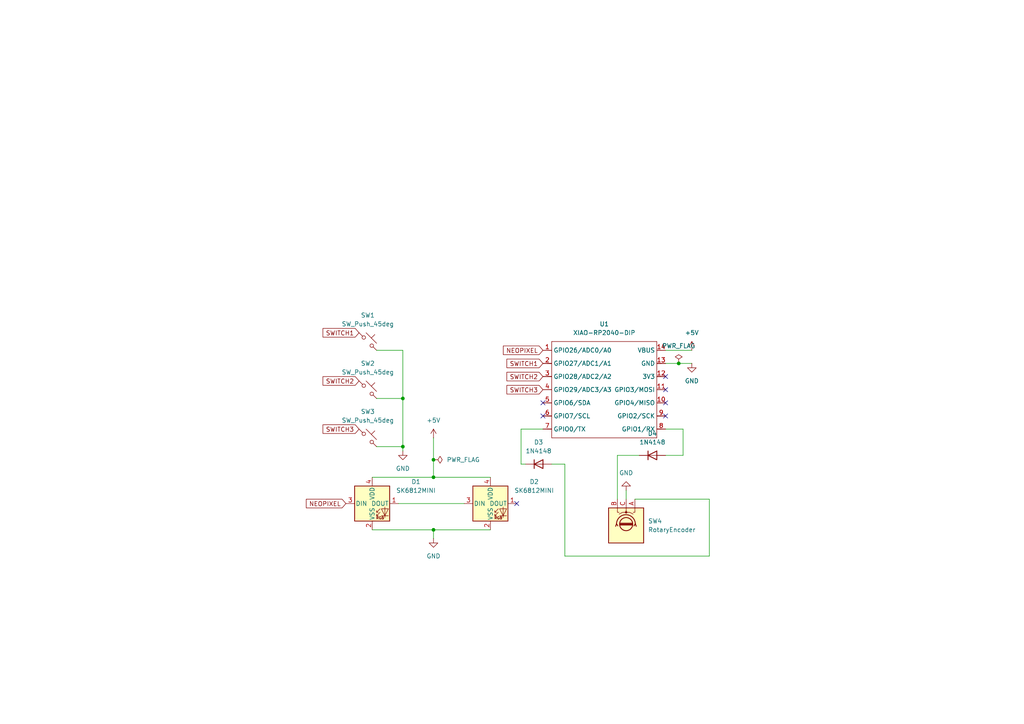
<source format=kicad_sch>
(kicad_sch
	(version 20231120)
	(generator "eeschema")
	(generator_version "8.0")
	(uuid "16182907-d702-4ff6-876f-c55bccdac8c2")
	(paper "A4")
	(lib_symbols
		(symbol "Device:RotaryEncoder"
			(pin_names
				(offset 0.254) hide)
			(exclude_from_sim no)
			(in_bom yes)
			(on_board yes)
			(property "Reference" "SW"
				(at 0 6.604 0)
				(effects
					(font
						(size 1.27 1.27)
					)
				)
			)
			(property "Value" "RotaryEncoder"
				(at 0 -6.604 0)
				(effects
					(font
						(size 1.27 1.27)
					)
				)
			)
			(property "Footprint" ""
				(at -3.81 4.064 0)
				(effects
					(font
						(size 1.27 1.27)
					)
					(hide yes)
				)
			)
			(property "Datasheet" "~"
				(at 0 6.604 0)
				(effects
					(font
						(size 1.27 1.27)
					)
					(hide yes)
				)
			)
			(property "Description" "Rotary encoder, dual channel, incremental quadrate outputs"
				(at 0 0 0)
				(effects
					(font
						(size 1.27 1.27)
					)
					(hide yes)
				)
			)
			(property "ki_keywords" "rotary switch encoder"
				(at 0 0 0)
				(effects
					(font
						(size 1.27 1.27)
					)
					(hide yes)
				)
			)
			(property "ki_fp_filters" "RotaryEncoder*"
				(at 0 0 0)
				(effects
					(font
						(size 1.27 1.27)
					)
					(hide yes)
				)
			)
			(symbol "RotaryEncoder_0_1"
				(rectangle
					(start -5.08 5.08)
					(end 5.08 -5.08)
					(stroke
						(width 0.254)
						(type default)
					)
					(fill
						(type background)
					)
				)
				(circle
					(center -3.81 0)
					(radius 0.254)
					(stroke
						(width 0)
						(type default)
					)
					(fill
						(type outline)
					)
				)
				(circle
					(center -0.381 0)
					(radius 1.905)
					(stroke
						(width 0.254)
						(type default)
					)
					(fill
						(type none)
					)
				)
				(arc
					(start -0.381 2.667)
					(mid -3.0988 -0.0635)
					(end -0.381 -2.794)
					(stroke
						(width 0.254)
						(type default)
					)
					(fill
						(type none)
					)
				)
				(polyline
					(pts
						(xy -0.635 -1.778) (xy -0.635 1.778)
					)
					(stroke
						(width 0.254)
						(type default)
					)
					(fill
						(type none)
					)
				)
				(polyline
					(pts
						(xy -0.381 -1.778) (xy -0.381 1.778)
					)
					(stroke
						(width 0.254)
						(type default)
					)
					(fill
						(type none)
					)
				)
				(polyline
					(pts
						(xy -0.127 1.778) (xy -0.127 -1.778)
					)
					(stroke
						(width 0.254)
						(type default)
					)
					(fill
						(type none)
					)
				)
				(polyline
					(pts
						(xy -5.08 -2.54) (xy -3.81 -2.54) (xy -3.81 -2.032)
					)
					(stroke
						(width 0)
						(type default)
					)
					(fill
						(type none)
					)
				)
				(polyline
					(pts
						(xy -5.08 2.54) (xy -3.81 2.54) (xy -3.81 2.032)
					)
					(stroke
						(width 0)
						(type default)
					)
					(fill
						(type none)
					)
				)
				(polyline
					(pts
						(xy 0.254 -3.048) (xy -0.508 -2.794) (xy 0.127 -2.413)
					)
					(stroke
						(width 0.254)
						(type default)
					)
					(fill
						(type none)
					)
				)
				(polyline
					(pts
						(xy 0.254 2.921) (xy -0.508 2.667) (xy 0.127 2.286)
					)
					(stroke
						(width 0.254)
						(type default)
					)
					(fill
						(type none)
					)
				)
				(polyline
					(pts
						(xy -5.08 0) (xy -3.81 0) (xy -3.81 -1.016) (xy -3.302 -2.032)
					)
					(stroke
						(width 0)
						(type default)
					)
					(fill
						(type none)
					)
				)
				(polyline
					(pts
						(xy -4.318 0) (xy -3.81 0) (xy -3.81 1.016) (xy -3.302 2.032)
					)
					(stroke
						(width 0)
						(type default)
					)
					(fill
						(type none)
					)
				)
			)
			(symbol "RotaryEncoder_1_1"
				(pin passive line
					(at -7.62 2.54 0)
					(length 2.54)
					(name "A"
						(effects
							(font
								(size 1.27 1.27)
							)
						)
					)
					(number "A"
						(effects
							(font
								(size 1.27 1.27)
							)
						)
					)
				)
				(pin passive line
					(at -7.62 -2.54 0)
					(length 2.54)
					(name "B"
						(effects
							(font
								(size 1.27 1.27)
							)
						)
					)
					(number "B"
						(effects
							(font
								(size 1.27 1.27)
							)
						)
					)
				)
				(pin passive line
					(at -7.62 0 0)
					(length 2.54)
					(name "C"
						(effects
							(font
								(size 1.27 1.27)
							)
						)
					)
					(number "C"
						(effects
							(font
								(size 1.27 1.27)
							)
						)
					)
				)
			)
		)
		(symbol "Diode:1N4148"
			(pin_numbers hide)
			(pin_names hide)
			(exclude_from_sim no)
			(in_bom yes)
			(on_board yes)
			(property "Reference" "D"
				(at 0 2.54 0)
				(effects
					(font
						(size 1.27 1.27)
					)
				)
			)
			(property "Value" "1N4148"
				(at 0 -2.54 0)
				(effects
					(font
						(size 1.27 1.27)
					)
				)
			)
			(property "Footprint" "Diode_THT:D_DO-35_SOD27_P7.62mm_Horizontal"
				(at 0 0 0)
				(effects
					(font
						(size 1.27 1.27)
					)
					(hide yes)
				)
			)
			(property "Datasheet" "https://assets.nexperia.com/documents/data-sheet/1N4148_1N4448.pdf"
				(at 0 0 0)
				(effects
					(font
						(size 1.27 1.27)
					)
					(hide yes)
				)
			)
			(property "Description" "100V 0.15A standard switching diode, DO-35"
				(at 0 0 0)
				(effects
					(font
						(size 1.27 1.27)
					)
					(hide yes)
				)
			)
			(property "Sim.Device" "D"
				(at 0 0 0)
				(effects
					(font
						(size 1.27 1.27)
					)
					(hide yes)
				)
			)
			(property "Sim.Pins" "1=K 2=A"
				(at 0 0 0)
				(effects
					(font
						(size 1.27 1.27)
					)
					(hide yes)
				)
			)
			(property "ki_keywords" "diode"
				(at 0 0 0)
				(effects
					(font
						(size 1.27 1.27)
					)
					(hide yes)
				)
			)
			(property "ki_fp_filters" "D*DO?35*"
				(at 0 0 0)
				(effects
					(font
						(size 1.27 1.27)
					)
					(hide yes)
				)
			)
			(symbol "1N4148_0_1"
				(polyline
					(pts
						(xy -1.27 1.27) (xy -1.27 -1.27)
					)
					(stroke
						(width 0.254)
						(type default)
					)
					(fill
						(type none)
					)
				)
				(polyline
					(pts
						(xy 1.27 0) (xy -1.27 0)
					)
					(stroke
						(width 0)
						(type default)
					)
					(fill
						(type none)
					)
				)
				(polyline
					(pts
						(xy 1.27 1.27) (xy 1.27 -1.27) (xy -1.27 0) (xy 1.27 1.27)
					)
					(stroke
						(width 0.254)
						(type default)
					)
					(fill
						(type none)
					)
				)
			)
			(symbol "1N4148_1_1"
				(pin passive line
					(at -3.81 0 0)
					(length 2.54)
					(name "K"
						(effects
							(font
								(size 1.27 1.27)
							)
						)
					)
					(number "1"
						(effects
							(font
								(size 1.27 1.27)
							)
						)
					)
				)
				(pin passive line
					(at 3.81 0 180)
					(length 2.54)
					(name "A"
						(effects
							(font
								(size 1.27 1.27)
							)
						)
					)
					(number "2"
						(effects
							(font
								(size 1.27 1.27)
							)
						)
					)
				)
			)
		)
		(symbol "LED:SK6812MINI"
			(pin_names
				(offset 0.254)
			)
			(exclude_from_sim no)
			(in_bom yes)
			(on_board yes)
			(property "Reference" "D"
				(at 5.08 5.715 0)
				(effects
					(font
						(size 1.27 1.27)
					)
					(justify right bottom)
				)
			)
			(property "Value" "SK6812MINI"
				(at 1.27 -5.715 0)
				(effects
					(font
						(size 1.27 1.27)
					)
					(justify left top)
				)
			)
			(property "Footprint" "LED_SMD:LED_SK6812MINI_PLCC4_3.5x3.5mm_P1.75mm"
				(at 1.27 -7.62 0)
				(effects
					(font
						(size 1.27 1.27)
					)
					(justify left top)
					(hide yes)
				)
			)
			(property "Datasheet" "https://cdn-shop.adafruit.com/product-files/2686/SK6812MINI_REV.01-1-2.pdf"
				(at 2.54 -9.525 0)
				(effects
					(font
						(size 1.27 1.27)
					)
					(justify left top)
					(hide yes)
				)
			)
			(property "Description" "RGB LED with integrated controller"
				(at 0 0 0)
				(effects
					(font
						(size 1.27 1.27)
					)
					(hide yes)
				)
			)
			(property "ki_keywords" "RGB LED NeoPixel Mini addressable"
				(at 0 0 0)
				(effects
					(font
						(size 1.27 1.27)
					)
					(hide yes)
				)
			)
			(property "ki_fp_filters" "LED*SK6812MINI*PLCC*3.5x3.5mm*P1.75mm*"
				(at 0 0 0)
				(effects
					(font
						(size 1.27 1.27)
					)
					(hide yes)
				)
			)
			(symbol "SK6812MINI_0_0"
				(text "RGB"
					(at 2.286 -4.191 0)
					(effects
						(font
							(size 0.762 0.762)
						)
					)
				)
			)
			(symbol "SK6812MINI_0_1"
				(polyline
					(pts
						(xy 1.27 -3.556) (xy 1.778 -3.556)
					)
					(stroke
						(width 0)
						(type default)
					)
					(fill
						(type none)
					)
				)
				(polyline
					(pts
						(xy 1.27 -2.54) (xy 1.778 -2.54)
					)
					(stroke
						(width 0)
						(type default)
					)
					(fill
						(type none)
					)
				)
				(polyline
					(pts
						(xy 4.699 -3.556) (xy 2.667 -3.556)
					)
					(stroke
						(width 0)
						(type default)
					)
					(fill
						(type none)
					)
				)
				(polyline
					(pts
						(xy 2.286 -2.54) (xy 1.27 -3.556) (xy 1.27 -3.048)
					)
					(stroke
						(width 0)
						(type default)
					)
					(fill
						(type none)
					)
				)
				(polyline
					(pts
						(xy 2.286 -1.524) (xy 1.27 -2.54) (xy 1.27 -2.032)
					)
					(stroke
						(width 0)
						(type default)
					)
					(fill
						(type none)
					)
				)
				(polyline
					(pts
						(xy 3.683 -1.016) (xy 3.683 -3.556) (xy 3.683 -4.064)
					)
					(stroke
						(width 0)
						(type default)
					)
					(fill
						(type none)
					)
				)
				(polyline
					(pts
						(xy 4.699 -1.524) (xy 2.667 -1.524) (xy 3.683 -3.556) (xy 4.699 -1.524)
					)
					(stroke
						(width 0)
						(type default)
					)
					(fill
						(type none)
					)
				)
				(rectangle
					(start 5.08 5.08)
					(end -5.08 -5.08)
					(stroke
						(width 0.254)
						(type default)
					)
					(fill
						(type background)
					)
				)
			)
			(symbol "SK6812MINI_1_1"
				(pin output line
					(at 7.62 0 180)
					(length 2.54)
					(name "DOUT"
						(effects
							(font
								(size 1.27 1.27)
							)
						)
					)
					(number "1"
						(effects
							(font
								(size 1.27 1.27)
							)
						)
					)
				)
				(pin power_in line
					(at 0 -7.62 90)
					(length 2.54)
					(name "VSS"
						(effects
							(font
								(size 1.27 1.27)
							)
						)
					)
					(number "2"
						(effects
							(font
								(size 1.27 1.27)
							)
						)
					)
				)
				(pin input line
					(at -7.62 0 0)
					(length 2.54)
					(name "DIN"
						(effects
							(font
								(size 1.27 1.27)
							)
						)
					)
					(number "3"
						(effects
							(font
								(size 1.27 1.27)
							)
						)
					)
				)
				(pin power_in line
					(at 0 7.62 270)
					(length 2.54)
					(name "VDD"
						(effects
							(font
								(size 1.27 1.27)
							)
						)
					)
					(number "4"
						(effects
							(font
								(size 1.27 1.27)
							)
						)
					)
				)
			)
		)
		(symbol "Seeed_Studio_XIAO_Series:XIAO-RP2040-DIP"
			(exclude_from_sim no)
			(in_bom yes)
			(on_board yes)
			(property "Reference" "U"
				(at 0 0 0)
				(effects
					(font
						(size 1.27 1.27)
					)
				)
			)
			(property "Value" "XIAO-RP2040-DIP"
				(at 5.334 -1.778 0)
				(effects
					(font
						(size 1.27 1.27)
					)
				)
			)
			(property "Footprint" "Module:MOUDLE14P-XIAO-DIP-SMD"
				(at 14.478 -32.258 0)
				(effects
					(font
						(size 1.27 1.27)
					)
					(hide yes)
				)
			)
			(property "Datasheet" ""
				(at 0 0 0)
				(effects
					(font
						(size 1.27 1.27)
					)
					(hide yes)
				)
			)
			(property "Description" ""
				(at 0 0 0)
				(effects
					(font
						(size 1.27 1.27)
					)
					(hide yes)
				)
			)
			(symbol "XIAO-RP2040-DIP_1_0"
				(polyline
					(pts
						(xy -1.27 -30.48) (xy -1.27 -16.51)
					)
					(stroke
						(width 0.1524)
						(type solid)
					)
					(fill
						(type none)
					)
				)
				(polyline
					(pts
						(xy -1.27 -27.94) (xy -2.54 -27.94)
					)
					(stroke
						(width 0.1524)
						(type solid)
					)
					(fill
						(type none)
					)
				)
				(polyline
					(pts
						(xy -1.27 -24.13) (xy -2.54 -24.13)
					)
					(stroke
						(width 0.1524)
						(type solid)
					)
					(fill
						(type none)
					)
				)
				(polyline
					(pts
						(xy -1.27 -20.32) (xy -2.54 -20.32)
					)
					(stroke
						(width 0.1524)
						(type solid)
					)
					(fill
						(type none)
					)
				)
				(polyline
					(pts
						(xy -1.27 -16.51) (xy -2.54 -16.51)
					)
					(stroke
						(width 0.1524)
						(type solid)
					)
					(fill
						(type none)
					)
				)
				(polyline
					(pts
						(xy -1.27 -16.51) (xy -1.27 -12.7)
					)
					(stroke
						(width 0.1524)
						(type solid)
					)
					(fill
						(type none)
					)
				)
				(polyline
					(pts
						(xy -1.27 -12.7) (xy -2.54 -12.7)
					)
					(stroke
						(width 0.1524)
						(type solid)
					)
					(fill
						(type none)
					)
				)
				(polyline
					(pts
						(xy -1.27 -12.7) (xy -1.27 -8.89)
					)
					(stroke
						(width 0.1524)
						(type solid)
					)
					(fill
						(type none)
					)
				)
				(polyline
					(pts
						(xy -1.27 -8.89) (xy -2.54 -8.89)
					)
					(stroke
						(width 0.1524)
						(type solid)
					)
					(fill
						(type none)
					)
				)
				(polyline
					(pts
						(xy -1.27 -8.89) (xy -1.27 -5.08)
					)
					(stroke
						(width 0.1524)
						(type solid)
					)
					(fill
						(type none)
					)
				)
				(polyline
					(pts
						(xy -1.27 -5.08) (xy -2.54 -5.08)
					)
					(stroke
						(width 0.1524)
						(type solid)
					)
					(fill
						(type none)
					)
				)
				(polyline
					(pts
						(xy -1.27 -5.08) (xy -1.27 -2.54)
					)
					(stroke
						(width 0.1524)
						(type solid)
					)
					(fill
						(type none)
					)
				)
				(polyline
					(pts
						(xy -1.27 -2.54) (xy 29.21 -2.54)
					)
					(stroke
						(width 0.1524)
						(type solid)
					)
					(fill
						(type none)
					)
				)
				(polyline
					(pts
						(xy 29.21 -30.48) (xy -1.27 -30.48)
					)
					(stroke
						(width 0.1524)
						(type solid)
					)
					(fill
						(type none)
					)
				)
				(polyline
					(pts
						(xy 29.21 -12.7) (xy 29.21 -30.48)
					)
					(stroke
						(width 0.1524)
						(type solid)
					)
					(fill
						(type none)
					)
				)
				(polyline
					(pts
						(xy 29.21 -8.89) (xy 29.21 -12.7)
					)
					(stroke
						(width 0.1524)
						(type solid)
					)
					(fill
						(type none)
					)
				)
				(polyline
					(pts
						(xy 29.21 -5.08) (xy 29.21 -8.89)
					)
					(stroke
						(width 0.1524)
						(type solid)
					)
					(fill
						(type none)
					)
				)
				(polyline
					(pts
						(xy 29.21 -2.54) (xy 29.21 -5.08)
					)
					(stroke
						(width 0.1524)
						(type solid)
					)
					(fill
						(type none)
					)
				)
				(polyline
					(pts
						(xy 30.48 -27.94) (xy 29.21 -27.94)
					)
					(stroke
						(width 0.1524)
						(type solid)
					)
					(fill
						(type none)
					)
				)
				(polyline
					(pts
						(xy 30.48 -24.13) (xy 29.21 -24.13)
					)
					(stroke
						(width 0.1524)
						(type solid)
					)
					(fill
						(type none)
					)
				)
				(polyline
					(pts
						(xy 30.48 -20.32) (xy 29.21 -20.32)
					)
					(stroke
						(width 0.1524)
						(type solid)
					)
					(fill
						(type none)
					)
				)
				(polyline
					(pts
						(xy 30.48 -16.51) (xy 29.21 -16.51)
					)
					(stroke
						(width 0.1524)
						(type solid)
					)
					(fill
						(type none)
					)
				)
				(polyline
					(pts
						(xy 30.48 -12.7) (xy 29.21 -12.7)
					)
					(stroke
						(width 0.1524)
						(type solid)
					)
					(fill
						(type none)
					)
				)
				(polyline
					(pts
						(xy 30.48 -8.89) (xy 29.21 -8.89)
					)
					(stroke
						(width 0.1524)
						(type solid)
					)
					(fill
						(type none)
					)
				)
				(polyline
					(pts
						(xy 30.48 -5.08) (xy 29.21 -5.08)
					)
					(stroke
						(width 0.1524)
						(type solid)
					)
					(fill
						(type none)
					)
				)
				(pin passive line
					(at -3.81 -5.08 0)
					(length 2.54)
					(name "GPIO26/ADC0/A0"
						(effects
							(font
								(size 1.27 1.27)
							)
						)
					)
					(number "1"
						(effects
							(font
								(size 1.27 1.27)
							)
						)
					)
				)
				(pin passive line
					(at 31.75 -20.32 180)
					(length 2.54)
					(name "GPIO4/MISO"
						(effects
							(font
								(size 1.27 1.27)
							)
						)
					)
					(number "10"
						(effects
							(font
								(size 1.27 1.27)
							)
						)
					)
				)
				(pin passive line
					(at 31.75 -16.51 180)
					(length 2.54)
					(name "GPIO3/MOSI"
						(effects
							(font
								(size 1.27 1.27)
							)
						)
					)
					(number "11"
						(effects
							(font
								(size 1.27 1.27)
							)
						)
					)
				)
				(pin passive line
					(at 31.75 -12.7 180)
					(length 2.54)
					(name "3V3"
						(effects
							(font
								(size 1.27 1.27)
							)
						)
					)
					(number "12"
						(effects
							(font
								(size 1.27 1.27)
							)
						)
					)
				)
				(pin passive line
					(at 31.75 -8.89 180)
					(length 2.54)
					(name "GND"
						(effects
							(font
								(size 1.27 1.27)
							)
						)
					)
					(number "13"
						(effects
							(font
								(size 1.27 1.27)
							)
						)
					)
				)
				(pin passive line
					(at 31.75 -5.08 180)
					(length 2.54)
					(name "VBUS"
						(effects
							(font
								(size 1.27 1.27)
							)
						)
					)
					(number "14"
						(effects
							(font
								(size 1.27 1.27)
							)
						)
					)
				)
				(pin passive line
					(at -3.81 -8.89 0)
					(length 2.54)
					(name "GPIO27/ADC1/A1"
						(effects
							(font
								(size 1.27 1.27)
							)
						)
					)
					(number "2"
						(effects
							(font
								(size 1.27 1.27)
							)
						)
					)
				)
				(pin passive line
					(at -3.81 -12.7 0)
					(length 2.54)
					(name "GPIO28/ADC2/A2"
						(effects
							(font
								(size 1.27 1.27)
							)
						)
					)
					(number "3"
						(effects
							(font
								(size 1.27 1.27)
							)
						)
					)
				)
				(pin passive line
					(at -3.81 -16.51 0)
					(length 2.54)
					(name "GPIO29/ADC3/A3"
						(effects
							(font
								(size 1.27 1.27)
							)
						)
					)
					(number "4"
						(effects
							(font
								(size 1.27 1.27)
							)
						)
					)
				)
				(pin passive line
					(at -3.81 -20.32 0)
					(length 2.54)
					(name "GPIO6/SDA"
						(effects
							(font
								(size 1.27 1.27)
							)
						)
					)
					(number "5"
						(effects
							(font
								(size 1.27 1.27)
							)
						)
					)
				)
				(pin passive line
					(at -3.81 -24.13 0)
					(length 2.54)
					(name "GPIO7/SCL"
						(effects
							(font
								(size 1.27 1.27)
							)
						)
					)
					(number "6"
						(effects
							(font
								(size 1.27 1.27)
							)
						)
					)
				)
				(pin passive line
					(at -3.81 -27.94 0)
					(length 2.54)
					(name "GPIO0/TX"
						(effects
							(font
								(size 1.27 1.27)
							)
						)
					)
					(number "7"
						(effects
							(font
								(size 1.27 1.27)
							)
						)
					)
				)
				(pin passive line
					(at 31.75 -27.94 180)
					(length 2.54)
					(name "GPIO1/RX"
						(effects
							(font
								(size 1.27 1.27)
							)
						)
					)
					(number "8"
						(effects
							(font
								(size 1.27 1.27)
							)
						)
					)
				)
				(pin passive line
					(at 31.75 -24.13 180)
					(length 2.54)
					(name "GPIO2/SCK"
						(effects
							(font
								(size 1.27 1.27)
							)
						)
					)
					(number "9"
						(effects
							(font
								(size 1.27 1.27)
							)
						)
					)
				)
			)
		)
		(symbol "Switch:SW_Push_45deg"
			(pin_numbers hide)
			(pin_names
				(offset 1.016) hide)
			(exclude_from_sim no)
			(in_bom yes)
			(on_board yes)
			(property "Reference" "SW"
				(at 3.048 1.016 0)
				(effects
					(font
						(size 1.27 1.27)
					)
					(justify left)
				)
			)
			(property "Value" "SW_Push_45deg"
				(at 0 -3.81 0)
				(effects
					(font
						(size 1.27 1.27)
					)
				)
			)
			(property "Footprint" ""
				(at 0 0 0)
				(effects
					(font
						(size 1.27 1.27)
					)
					(hide yes)
				)
			)
			(property "Datasheet" "~"
				(at 0 0 0)
				(effects
					(font
						(size 1.27 1.27)
					)
					(hide yes)
				)
			)
			(property "Description" "Push button switch, normally open, two pins, 45° tilted"
				(at 0 0 0)
				(effects
					(font
						(size 1.27 1.27)
					)
					(hide yes)
				)
			)
			(property "ki_keywords" "switch normally-open pushbutton push-button"
				(at 0 0 0)
				(effects
					(font
						(size 1.27 1.27)
					)
					(hide yes)
				)
			)
			(symbol "SW_Push_45deg_0_1"
				(circle
					(center -1.1684 1.1684)
					(radius 0.508)
					(stroke
						(width 0)
						(type default)
					)
					(fill
						(type none)
					)
				)
				(polyline
					(pts
						(xy -0.508 2.54) (xy 2.54 -0.508)
					)
					(stroke
						(width 0)
						(type default)
					)
					(fill
						(type none)
					)
				)
				(polyline
					(pts
						(xy 1.016 1.016) (xy 2.032 2.032)
					)
					(stroke
						(width 0)
						(type default)
					)
					(fill
						(type none)
					)
				)
				(polyline
					(pts
						(xy -2.54 2.54) (xy -1.524 1.524) (xy -1.524 1.524)
					)
					(stroke
						(width 0)
						(type default)
					)
					(fill
						(type none)
					)
				)
				(polyline
					(pts
						(xy 1.524 -1.524) (xy 2.54 -2.54) (xy 2.54 -2.54) (xy 2.54 -2.54)
					)
					(stroke
						(width 0)
						(type default)
					)
					(fill
						(type none)
					)
				)
				(circle
					(center 1.143 -1.1938)
					(radius 0.508)
					(stroke
						(width 0)
						(type default)
					)
					(fill
						(type none)
					)
				)
				(pin passive line
					(at -2.54 2.54 0)
					(length 0)
					(name "1"
						(effects
							(font
								(size 1.27 1.27)
							)
						)
					)
					(number "1"
						(effects
							(font
								(size 1.27 1.27)
							)
						)
					)
				)
				(pin passive line
					(at 2.54 -2.54 180)
					(length 0)
					(name "2"
						(effects
							(font
								(size 1.27 1.27)
							)
						)
					)
					(number "2"
						(effects
							(font
								(size 1.27 1.27)
							)
						)
					)
				)
			)
		)
		(symbol "power:+5V"
			(power)
			(pin_numbers hide)
			(pin_names
				(offset 0) hide)
			(exclude_from_sim no)
			(in_bom yes)
			(on_board yes)
			(property "Reference" "#PWR"
				(at 0 -3.81 0)
				(effects
					(font
						(size 1.27 1.27)
					)
					(hide yes)
				)
			)
			(property "Value" "+5V"
				(at 0 3.556 0)
				(effects
					(font
						(size 1.27 1.27)
					)
				)
			)
			(property "Footprint" ""
				(at 0 0 0)
				(effects
					(font
						(size 1.27 1.27)
					)
					(hide yes)
				)
			)
			(property "Datasheet" ""
				(at 0 0 0)
				(effects
					(font
						(size 1.27 1.27)
					)
					(hide yes)
				)
			)
			(property "Description" "Power symbol creates a global label with name \"+5V\""
				(at 0 0 0)
				(effects
					(font
						(size 1.27 1.27)
					)
					(hide yes)
				)
			)
			(property "ki_keywords" "global power"
				(at 0 0 0)
				(effects
					(font
						(size 1.27 1.27)
					)
					(hide yes)
				)
			)
			(symbol "+5V_0_1"
				(polyline
					(pts
						(xy -0.762 1.27) (xy 0 2.54)
					)
					(stroke
						(width 0)
						(type default)
					)
					(fill
						(type none)
					)
				)
				(polyline
					(pts
						(xy 0 0) (xy 0 2.54)
					)
					(stroke
						(width 0)
						(type default)
					)
					(fill
						(type none)
					)
				)
				(polyline
					(pts
						(xy 0 2.54) (xy 0.762 1.27)
					)
					(stroke
						(width 0)
						(type default)
					)
					(fill
						(type none)
					)
				)
			)
			(symbol "+5V_1_1"
				(pin power_in line
					(at 0 0 90)
					(length 0)
					(name "~"
						(effects
							(font
								(size 1.27 1.27)
							)
						)
					)
					(number "1"
						(effects
							(font
								(size 1.27 1.27)
							)
						)
					)
				)
			)
		)
		(symbol "power:GND"
			(power)
			(pin_numbers hide)
			(pin_names
				(offset 0) hide)
			(exclude_from_sim no)
			(in_bom yes)
			(on_board yes)
			(property "Reference" "#PWR"
				(at 0 -6.35 0)
				(effects
					(font
						(size 1.27 1.27)
					)
					(hide yes)
				)
			)
			(property "Value" "GND"
				(at 0 -3.81 0)
				(effects
					(font
						(size 1.27 1.27)
					)
				)
			)
			(property "Footprint" ""
				(at 0 0 0)
				(effects
					(font
						(size 1.27 1.27)
					)
					(hide yes)
				)
			)
			(property "Datasheet" ""
				(at 0 0 0)
				(effects
					(font
						(size 1.27 1.27)
					)
					(hide yes)
				)
			)
			(property "Description" "Power symbol creates a global label with name \"GND\" , ground"
				(at 0 0 0)
				(effects
					(font
						(size 1.27 1.27)
					)
					(hide yes)
				)
			)
			(property "ki_keywords" "global power"
				(at 0 0 0)
				(effects
					(font
						(size 1.27 1.27)
					)
					(hide yes)
				)
			)
			(symbol "GND_0_1"
				(polyline
					(pts
						(xy 0 0) (xy 0 -1.27) (xy 1.27 -1.27) (xy 0 -2.54) (xy -1.27 -1.27) (xy 0 -1.27)
					)
					(stroke
						(width 0)
						(type default)
					)
					(fill
						(type none)
					)
				)
			)
			(symbol "GND_1_1"
				(pin power_in line
					(at 0 0 270)
					(length 0)
					(name "~"
						(effects
							(font
								(size 1.27 1.27)
							)
						)
					)
					(number "1"
						(effects
							(font
								(size 1.27 1.27)
							)
						)
					)
				)
			)
		)
		(symbol "power:PWR_FLAG"
			(power)
			(pin_numbers hide)
			(pin_names
				(offset 0) hide)
			(exclude_from_sim no)
			(in_bom yes)
			(on_board yes)
			(property "Reference" "#FLG"
				(at 0 1.905 0)
				(effects
					(font
						(size 1.27 1.27)
					)
					(hide yes)
				)
			)
			(property "Value" "PWR_FLAG"
				(at 0 3.81 0)
				(effects
					(font
						(size 1.27 1.27)
					)
				)
			)
			(property "Footprint" ""
				(at 0 0 0)
				(effects
					(font
						(size 1.27 1.27)
					)
					(hide yes)
				)
			)
			(property "Datasheet" "~"
				(at 0 0 0)
				(effects
					(font
						(size 1.27 1.27)
					)
					(hide yes)
				)
			)
			(property "Description" "Special symbol for telling ERC where power comes from"
				(at 0 0 0)
				(effects
					(font
						(size 1.27 1.27)
					)
					(hide yes)
				)
			)
			(property "ki_keywords" "flag power"
				(at 0 0 0)
				(effects
					(font
						(size 1.27 1.27)
					)
					(hide yes)
				)
			)
			(symbol "PWR_FLAG_0_0"
				(pin power_out line
					(at 0 0 90)
					(length 0)
					(name "~"
						(effects
							(font
								(size 1.27 1.27)
							)
						)
					)
					(number "1"
						(effects
							(font
								(size 1.27 1.27)
							)
						)
					)
				)
			)
			(symbol "PWR_FLAG_0_1"
				(polyline
					(pts
						(xy 0 0) (xy 0 1.27) (xy -1.016 1.905) (xy 0 2.54) (xy 1.016 1.905) (xy 0 1.27)
					)
					(stroke
						(width 0)
						(type default)
					)
					(fill
						(type none)
					)
				)
			)
		)
	)
	(junction
		(at 116.84 129.54)
		(diameter 0)
		(color 0 0 0 0)
		(uuid "081d5d52-57cc-483e-88a0-f53ad476edcd")
	)
	(junction
		(at 196.85 105.41)
		(diameter 0)
		(color 0 0 0 0)
		(uuid "32949e5d-0c52-44e8-8064-16fa078ec75e")
	)
	(junction
		(at 125.73 153.67)
		(diameter 0)
		(color 0 0 0 0)
		(uuid "85a17671-418b-417d-b40b-7fdc24625b47")
	)
	(junction
		(at 125.73 138.43)
		(diameter 0)
		(color 0 0 0 0)
		(uuid "cf8f1942-70c8-4885-89e5-d233e8fa6d9e")
	)
	(junction
		(at 125.73 133.35)
		(diameter 0)
		(color 0 0 0 0)
		(uuid "eb054f33-523d-4ff5-a7e9-88e6377657ac")
	)
	(junction
		(at 116.84 115.57)
		(diameter 0)
		(color 0 0 0 0)
		(uuid "f3598b56-0104-4426-ae65-72f8eed4827c")
	)
	(no_connect
		(at 157.48 116.84)
		(uuid "1ad9eae0-60ac-4a3b-aa85-e938aa176640")
	)
	(no_connect
		(at 193.04 120.65)
		(uuid "2dedf312-6e16-4a9b-812f-86f4c4b8ae59")
	)
	(no_connect
		(at 193.04 113.03)
		(uuid "a1e06a5d-5bd0-4618-b34f-4b0791f8d60e")
	)
	(no_connect
		(at 193.04 109.22)
		(uuid "a275a603-c01d-4d59-8d5f-b8b1dc52167e")
	)
	(no_connect
		(at 193.04 116.84)
		(uuid "a5bd2afd-5879-4d9b-a4e4-c0904ee60cdd")
	)
	(no_connect
		(at 149.86 146.05)
		(uuid "b8a67010-af7b-482b-a121-dfbedf10a9ef")
	)
	(no_connect
		(at 157.48 120.65)
		(uuid "cd64b6cd-a175-47d0-803a-fbe629fde997")
	)
	(wire
		(pts
			(xy 193.04 132.08) (xy 198.12 132.08)
		)
		(stroke
			(width 0)
			(type default)
		)
		(uuid "007e042b-bbbf-4220-90ad-6dba51f7bca3")
	)
	(wire
		(pts
			(xy 125.73 133.35) (xy 125.73 138.43)
		)
		(stroke
			(width 0)
			(type default)
		)
		(uuid "1f0a6432-0c9b-4ce3-89e7-0850650c32c4")
	)
	(wire
		(pts
			(xy 107.95 153.67) (xy 125.73 153.67)
		)
		(stroke
			(width 0)
			(type default)
		)
		(uuid "1f395dfd-7491-467c-932c-26967f06c65d")
	)
	(wire
		(pts
			(xy 116.84 101.6) (xy 109.22 101.6)
		)
		(stroke
			(width 0)
			(type default)
		)
		(uuid "21dff9d6-96c0-4652-bdcf-1ff74deb89ec")
	)
	(wire
		(pts
			(xy 151.13 124.46) (xy 157.48 124.46)
		)
		(stroke
			(width 0)
			(type default)
		)
		(uuid "2b583a32-bf57-40e7-ac44-8bdefcfdd304")
	)
	(wire
		(pts
			(xy 184.15 144.78) (xy 205.74 144.78)
		)
		(stroke
			(width 0)
			(type default)
		)
		(uuid "3039344e-4209-4768-a17d-8e92fd12045d")
	)
	(wire
		(pts
			(xy 200.66 101.6) (xy 193.04 101.6)
		)
		(stroke
			(width 0)
			(type default)
		)
		(uuid "33383ccc-01c9-431d-8553-ebeae686d816")
	)
	(wire
		(pts
			(xy 181.61 142.24) (xy 181.61 144.78)
		)
		(stroke
			(width 0)
			(type default)
		)
		(uuid "33b5aa97-70ef-421b-9792-a0e2156f2e57")
	)
	(wire
		(pts
			(xy 179.07 144.78) (xy 179.07 132.08)
		)
		(stroke
			(width 0)
			(type default)
		)
		(uuid "3d2afc6e-7886-4d9b-be56-d1eba4dc1e6a")
	)
	(wire
		(pts
			(xy 198.12 132.08) (xy 198.12 124.46)
		)
		(stroke
			(width 0)
			(type default)
		)
		(uuid "4768da11-49f9-4ed6-98cb-13f10a4a647d")
	)
	(wire
		(pts
			(xy 107.95 138.43) (xy 125.73 138.43)
		)
		(stroke
			(width 0)
			(type default)
		)
		(uuid "556c619d-71be-4e7a-8ac1-905872795619")
	)
	(wire
		(pts
			(xy 151.13 134.62) (xy 151.13 124.46)
		)
		(stroke
			(width 0)
			(type default)
		)
		(uuid "55acad97-c965-4e99-a083-bbba59825d27")
	)
	(wire
		(pts
			(xy 179.07 132.08) (xy 185.42 132.08)
		)
		(stroke
			(width 0)
			(type default)
		)
		(uuid "5d1c00a0-ef59-4a49-9af5-299aea17be36")
	)
	(wire
		(pts
			(xy 205.74 161.29) (xy 163.83 161.29)
		)
		(stroke
			(width 0)
			(type default)
		)
		(uuid "5e70f697-062d-41ab-9936-a4454481bb66")
	)
	(wire
		(pts
			(xy 116.84 130.81) (xy 116.84 129.54)
		)
		(stroke
			(width 0)
			(type default)
		)
		(uuid "5f6457c7-eb3e-47c5-8d84-cba831dcd958")
	)
	(wire
		(pts
			(xy 163.83 161.29) (xy 163.83 134.62)
		)
		(stroke
			(width 0)
			(type default)
		)
		(uuid "72ca8065-c7de-412f-8621-9e4cb08620c4")
	)
	(wire
		(pts
			(xy 125.73 156.21) (xy 125.73 153.67)
		)
		(stroke
			(width 0)
			(type default)
		)
		(uuid "7e6a1e2a-fdf7-411f-b01f-7b1feddfd6d2")
	)
	(wire
		(pts
			(xy 198.12 124.46) (xy 193.04 124.46)
		)
		(stroke
			(width 0)
			(type default)
		)
		(uuid "880ca708-d984-489e-8a3f-b8e5a63644c4")
	)
	(wire
		(pts
			(xy 196.85 105.41) (xy 193.04 105.41)
		)
		(stroke
			(width 0)
			(type default)
		)
		(uuid "91c04e41-8c0e-49d0-bbe9-c565989eda14")
	)
	(wire
		(pts
			(xy 109.22 129.54) (xy 116.84 129.54)
		)
		(stroke
			(width 0)
			(type default)
		)
		(uuid "91e1c9cc-f93d-4e96-b936-2a4b65f2873b")
	)
	(wire
		(pts
			(xy 152.4 134.62) (xy 151.13 134.62)
		)
		(stroke
			(width 0)
			(type default)
		)
		(uuid "a8145e81-b508-4493-8067-4fbe000ca136")
	)
	(wire
		(pts
			(xy 115.57 146.05) (xy 134.62 146.05)
		)
		(stroke
			(width 0)
			(type default)
		)
		(uuid "b0906c7f-be59-45b1-8045-69e8c72c71df")
	)
	(wire
		(pts
			(xy 125.73 153.67) (xy 142.24 153.67)
		)
		(stroke
			(width 0)
			(type default)
		)
		(uuid "b575bfe3-dc65-49a7-baf3-c6db2b603e89")
	)
	(wire
		(pts
			(xy 163.83 134.62) (xy 160.02 134.62)
		)
		(stroke
			(width 0)
			(type default)
		)
		(uuid "b7e37fcf-598c-4434-bf29-252c60494cf4")
	)
	(wire
		(pts
			(xy 205.74 144.78) (xy 205.74 161.29)
		)
		(stroke
			(width 0)
			(type default)
		)
		(uuid "bb9d5714-24a8-4fc8-b4bd-517837311bb7")
	)
	(wire
		(pts
			(xy 125.73 138.43) (xy 142.24 138.43)
		)
		(stroke
			(width 0)
			(type default)
		)
		(uuid "c809a20e-832a-480c-a5e7-e125b9b361f3")
	)
	(wire
		(pts
			(xy 200.66 105.41) (xy 196.85 105.41)
		)
		(stroke
			(width 0)
			(type default)
		)
		(uuid "c8c39ae7-e6f3-457f-a0d8-bf1f23e24974")
	)
	(wire
		(pts
			(xy 125.73 127) (xy 125.73 133.35)
		)
		(stroke
			(width 0)
			(type default)
		)
		(uuid "cada7af3-2bc4-46c7-a245-787178a2cc55")
	)
	(wire
		(pts
			(xy 116.84 115.57) (xy 116.84 129.54)
		)
		(stroke
			(width 0)
			(type default)
		)
		(uuid "d33656ba-477e-40b7-b258-021e7e2dfaba")
	)
	(wire
		(pts
			(xy 116.84 115.57) (xy 116.84 101.6)
		)
		(stroke
			(width 0)
			(type default)
		)
		(uuid "ed7ac46c-dd7f-4198-a64b-605c3bdfb49f")
	)
	(wire
		(pts
			(xy 109.22 115.57) (xy 116.84 115.57)
		)
		(stroke
			(width 0)
			(type default)
		)
		(uuid "f4891d74-fb4c-4a6b-a5c8-b1ccb00f7198")
	)
	(global_label "SWITCH1"
		(shape input)
		(at 157.48 105.41 180)
		(fields_autoplaced yes)
		(effects
			(font
				(size 1.27 1.27)
			)
			(justify right)
		)
		(uuid "1934dab5-4787-47b1-9825-7ac9cbfd6625")
		(property "Intersheetrefs" "${INTERSHEET_REFS}"
			(at 146.4515 105.41 0)
			(effects
				(font
					(size 1.27 1.27)
				)
				(justify right)
				(hide yes)
			)
		)
	)
	(global_label "SWITCH2"
		(shape input)
		(at 104.14 110.49 180)
		(fields_autoplaced yes)
		(effects
			(font
				(size 1.27 1.27)
			)
			(justify right)
		)
		(uuid "50176f09-297c-4f2d-9e50-175b3368d99e")
		(property "Intersheetrefs" "${INTERSHEET_REFS}"
			(at 93.1115 110.49 0)
			(effects
				(font
					(size 1.27 1.27)
				)
				(justify right)
				(hide yes)
			)
		)
	)
	(global_label "SWITCH3"
		(shape input)
		(at 157.48 113.03 180)
		(fields_autoplaced yes)
		(effects
			(font
				(size 1.27 1.27)
			)
			(justify right)
		)
		(uuid "536abd73-c39b-449a-a6f2-ce1e1a5be1c9")
		(property "Intersheetrefs" "${INTERSHEET_REFS}"
			(at 146.4515 113.03 0)
			(effects
				(font
					(size 1.27 1.27)
				)
				(justify right)
				(hide yes)
			)
		)
	)
	(global_label "SWITCH1"
		(shape input)
		(at 104.14 96.52 180)
		(fields_autoplaced yes)
		(effects
			(font
				(size 1.27 1.27)
			)
			(justify right)
		)
		(uuid "87dd173e-308f-4575-92ca-989c02182530")
		(property "Intersheetrefs" "${INTERSHEET_REFS}"
			(at 93.1115 96.52 0)
			(effects
				(font
					(size 1.27 1.27)
				)
				(justify right)
				(hide yes)
			)
		)
	)
	(global_label "NEOPIXEL"
		(shape input)
		(at 100.33 146.05 180)
		(fields_autoplaced yes)
		(effects
			(font
				(size 1.27 1.27)
			)
			(justify right)
		)
		(uuid "9c1dec50-1f39-49d9-91d8-fec4ff6366be")
		(property "Intersheetrefs" "${INTERSHEET_REFS}"
			(at 88.2734 146.05 0)
			(effects
				(font
					(size 1.27 1.27)
				)
				(justify right)
				(hide yes)
			)
		)
	)
	(global_label "SWITCH3"
		(shape input)
		(at 104.14 124.46 180)
		(fields_autoplaced yes)
		(effects
			(font
				(size 1.27 1.27)
			)
			(justify right)
		)
		(uuid "d5d51e55-a878-4264-8d75-7bf3cd45b48e")
		(property "Intersheetrefs" "${INTERSHEET_REFS}"
			(at 93.1115 124.46 0)
			(effects
				(font
					(size 1.27 1.27)
				)
				(justify right)
				(hide yes)
			)
		)
	)
	(global_label "SWITCH2"
		(shape input)
		(at 157.48 109.22 180)
		(fields_autoplaced yes)
		(effects
			(font
				(size 1.27 1.27)
			)
			(justify right)
		)
		(uuid "e560626d-edc6-4c76-863d-480f26ac001b")
		(property "Intersheetrefs" "${INTERSHEET_REFS}"
			(at 146.4515 109.22 0)
			(effects
				(font
					(size 1.27 1.27)
				)
				(justify right)
				(hide yes)
			)
		)
	)
	(global_label "NEOPIXEL"
		(shape input)
		(at 157.48 101.6 180)
		(fields_autoplaced yes)
		(effects
			(font
				(size 1.27 1.27)
			)
			(justify right)
		)
		(uuid "e7cec699-db70-451c-9f7d-ea90d39600b8")
		(property "Intersheetrefs" "${INTERSHEET_REFS}"
			(at 145.4234 101.6 0)
			(effects
				(font
					(size 1.27 1.27)
				)
				(justify right)
				(hide yes)
			)
		)
	)
	(symbol
		(lib_id "Switch:SW_Push_45deg")
		(at 106.68 113.03 0)
		(unit 1)
		(exclude_from_sim no)
		(in_bom yes)
		(on_board yes)
		(dnp no)
		(fields_autoplaced yes)
		(uuid "009e7a8c-47fa-468a-9840-4cda9673b067")
		(property "Reference" "SW2"
			(at 106.68 105.41 0)
			(effects
				(font
					(size 1.27 1.27)
				)
			)
		)
		(property "Value" "SW_Push_45deg"
			(at 106.68 107.95 0)
			(effects
				(font
					(size 1.27 1.27)
				)
			)
		)
		(property "Footprint" "Button_Switch_Keyboard:SW_Cherry_MX_1.00u_PCB"
			(at 106.68 113.03 0)
			(effects
				(font
					(size 1.27 1.27)
				)
				(hide yes)
			)
		)
		(property "Datasheet" "~"
			(at 106.68 113.03 0)
			(effects
				(font
					(size 1.27 1.27)
				)
				(hide yes)
			)
		)
		(property "Description" "Push button switch, normally open, two pins, 45° tilted"
			(at 106.68 113.03 0)
			(effects
				(font
					(size 1.27 1.27)
				)
				(hide yes)
			)
		)
		(pin "2"
			(uuid "44842ec1-f28f-43b6-8bd3-2ad742644c43")
		)
		(pin "1"
			(uuid "ad111949-7dba-4c37-9621-0dc977405b57")
		)
		(instances
			(project "hackpad-workshop"
				(path "/16182907-d702-4ff6-876f-c55bccdac8c2"
					(reference "SW2")
					(unit 1)
				)
			)
		)
	)
	(symbol
		(lib_id "Seeed_Studio_XIAO_Series:XIAO-RP2040-DIP")
		(at 161.29 96.52 0)
		(unit 1)
		(exclude_from_sim no)
		(in_bom yes)
		(on_board yes)
		(dnp no)
		(fields_autoplaced yes)
		(uuid "02d5a396-709c-4afa-8387-5d0b0ceb6a0d")
		(property "Reference" "U1"
			(at 175.26 93.98 0)
			(effects
				(font
					(size 1.27 1.27)
				)
			)
		)
		(property "Value" "XIAO-RP2040-DIP"
			(at 175.26 96.52 0)
			(effects
				(font
					(size 1.27 1.27)
				)
			)
		)
		(property "Footprint" "Seeed Studio XIAO Series Library:XIAO-RP2040-DIP"
			(at 175.768 128.778 0)
			(effects
				(font
					(size 1.27 1.27)
				)
				(hide yes)
			)
		)
		(property "Datasheet" ""
			(at 161.29 96.52 0)
			(effects
				(font
					(size 1.27 1.27)
				)
				(hide yes)
			)
		)
		(property "Description" ""
			(at 161.29 96.52 0)
			(effects
				(font
					(size 1.27 1.27)
				)
				(hide yes)
			)
		)
		(pin "3"
			(uuid "9397deaf-cb8f-487f-85c4-aec114c7fa56")
		)
		(pin "9"
			(uuid "250bac26-09a5-4ef9-bec1-49c08154770d")
		)
		(pin "10"
			(uuid "c9a2ee5e-19d4-484f-ac9b-21a7b45ee8d3")
		)
		(pin "4"
			(uuid "e5931cbd-0fbf-4266-b34f-28b1b1dbbce1")
		)
		(pin "1"
			(uuid "328dabaf-379e-40d3-9b18-73d9ebc0b6cd")
		)
		(pin "11"
			(uuid "90ec0f91-9800-4b90-94f9-3bb436857498")
		)
		(pin "12"
			(uuid "ba7fd0cc-7827-4b27-a534-0d6db7af8a99")
		)
		(pin "13"
			(uuid "2fabb4a2-a729-4641-9c11-73b3112a4378")
		)
		(pin "6"
			(uuid "6d6f9d67-6f31-4f85-80d0-335cdb641b54")
		)
		(pin "5"
			(uuid "f557223d-8dd4-4983-942d-2ccad45f2f92")
		)
		(pin "8"
			(uuid "7c18bf71-c99b-4e29-9ab1-6e0c33a828ad")
		)
		(pin "14"
			(uuid "e64a94b5-8a7e-4586-8383-a24588669ced")
		)
		(pin "7"
			(uuid "26c445c5-c4e8-4ddf-8a86-a8107da87c4b")
		)
		(pin "2"
			(uuid "340df1e7-951e-4cc0-9cdf-26fe9601689c")
		)
		(instances
			(project ""
				(path "/16182907-d702-4ff6-876f-c55bccdac8c2"
					(reference "U1")
					(unit 1)
				)
			)
		)
	)
	(symbol
		(lib_id "power:GND")
		(at 181.61 142.24 180)
		(unit 1)
		(exclude_from_sim no)
		(in_bom yes)
		(on_board yes)
		(dnp no)
		(fields_autoplaced yes)
		(uuid "27765296-179d-40a4-8a5d-9461e00427fd")
		(property "Reference" "#PWR06"
			(at 181.61 135.89 0)
			(effects
				(font
					(size 1.27 1.27)
				)
				(hide yes)
			)
		)
		(property "Value" "GND"
			(at 181.61 137.16 0)
			(effects
				(font
					(size 1.27 1.27)
				)
			)
		)
		(property "Footprint" ""
			(at 181.61 142.24 0)
			(effects
				(font
					(size 1.27 1.27)
				)
				(hide yes)
			)
		)
		(property "Datasheet" ""
			(at 181.61 142.24 0)
			(effects
				(font
					(size 1.27 1.27)
				)
				(hide yes)
			)
		)
		(property "Description" "Power symbol creates a global label with name \"GND\" , ground"
			(at 181.61 142.24 0)
			(effects
				(font
					(size 1.27 1.27)
				)
				(hide yes)
			)
		)
		(pin "1"
			(uuid "fd7b8deb-7071-4659-bab9-9e01a9197a2a")
		)
		(instances
			(project "hackpad-workshop"
				(path "/16182907-d702-4ff6-876f-c55bccdac8c2"
					(reference "#PWR06")
					(unit 1)
				)
			)
		)
	)
	(symbol
		(lib_id "Diode:1N4148")
		(at 156.21 134.62 0)
		(unit 1)
		(exclude_from_sim no)
		(in_bom yes)
		(on_board yes)
		(dnp no)
		(fields_autoplaced yes)
		(uuid "512a97ca-1727-45e9-aacc-684d9d084e96")
		(property "Reference" "D3"
			(at 156.21 128.27 0)
			(effects
				(font
					(size 1.27 1.27)
				)
			)
		)
		(property "Value" "1N4148"
			(at 156.21 130.81 0)
			(effects
				(font
					(size 1.27 1.27)
				)
			)
		)
		(property "Footprint" "Diode_THT:D_DO-35_SOD27_P7.62mm_Horizontal"
			(at 156.21 134.62 0)
			(effects
				(font
					(size 1.27 1.27)
				)
				(hide yes)
			)
		)
		(property "Datasheet" "https://assets.nexperia.com/documents/data-sheet/1N4148_1N4448.pdf"
			(at 156.21 134.62 0)
			(effects
				(font
					(size 1.27 1.27)
				)
				(hide yes)
			)
		)
		(property "Description" "100V 0.15A standard switching diode, DO-35"
			(at 156.21 134.62 0)
			(effects
				(font
					(size 1.27 1.27)
				)
				(hide yes)
			)
		)
		(property "Sim.Device" "D"
			(at 156.21 134.62 0)
			(effects
				(font
					(size 1.27 1.27)
				)
				(hide yes)
			)
		)
		(property "Sim.Pins" "1=K 2=A"
			(at 156.21 134.62 0)
			(effects
				(font
					(size 1.27 1.27)
				)
				(hide yes)
			)
		)
		(pin "1"
			(uuid "5fa12bb3-07ab-4996-8c49-0c86a0ed50b4")
		)
		(pin "2"
			(uuid "3c3c0e3f-d466-4e96-957a-2e3a629f605f")
		)
		(instances
			(project ""
				(path "/16182907-d702-4ff6-876f-c55bccdac8c2"
					(reference "D3")
					(unit 1)
				)
			)
		)
	)
	(symbol
		(lib_id "power:PWR_FLAG")
		(at 125.73 133.35 270)
		(unit 1)
		(exclude_from_sim no)
		(in_bom yes)
		(on_board yes)
		(dnp no)
		(fields_autoplaced yes)
		(uuid "5dbf495e-7506-44b9-b9d0-2446ff581373")
		(property "Reference" "#FLG02"
			(at 127.635 133.35 0)
			(effects
				(font
					(size 1.27 1.27)
				)
				(hide yes)
			)
		)
		(property "Value" "PWR_FLAG"
			(at 129.54 133.3499 90)
			(effects
				(font
					(size 1.27 1.27)
				)
				(justify left)
			)
		)
		(property "Footprint" ""
			(at 125.73 133.35 0)
			(effects
				(font
					(size 1.27 1.27)
				)
				(hide yes)
			)
		)
		(property "Datasheet" "~"
			(at 125.73 133.35 0)
			(effects
				(font
					(size 1.27 1.27)
				)
				(hide yes)
			)
		)
		(property "Description" "Special symbol for telling ERC where power comes from"
			(at 125.73 133.35 0)
			(effects
				(font
					(size 1.27 1.27)
				)
				(hide yes)
			)
		)
		(pin "1"
			(uuid "2e80a391-ef9b-43c5-81dc-62bfb5e566d9")
		)
		(instances
			(project ""
				(path "/16182907-d702-4ff6-876f-c55bccdac8c2"
					(reference "#FLG02")
					(unit 1)
				)
			)
		)
	)
	(symbol
		(lib_id "power:+5V")
		(at 125.73 127 0)
		(unit 1)
		(exclude_from_sim no)
		(in_bom yes)
		(on_board yes)
		(dnp no)
		(fields_autoplaced yes)
		(uuid "62512862-9239-4d43-9925-4e57f7a5e5b2")
		(property "Reference" "#PWR03"
			(at 125.73 130.81 0)
			(effects
				(font
					(size 1.27 1.27)
				)
				(hide yes)
			)
		)
		(property "Value" "+5V"
			(at 125.73 121.92 0)
			(effects
				(font
					(size 1.27 1.27)
				)
			)
		)
		(property "Footprint" ""
			(at 125.73 127 0)
			(effects
				(font
					(size 1.27 1.27)
				)
				(hide yes)
			)
		)
		(property "Datasheet" ""
			(at 125.73 127 0)
			(effects
				(font
					(size 1.27 1.27)
				)
				(hide yes)
			)
		)
		(property "Description" "Power symbol creates a global label with name \"+5V\""
			(at 125.73 127 0)
			(effects
				(font
					(size 1.27 1.27)
				)
				(hide yes)
			)
		)
		(pin "1"
			(uuid "6d551ba6-fb1c-4de0-8bdb-6df69167577a")
		)
		(instances
			(project ""
				(path "/16182907-d702-4ff6-876f-c55bccdac8c2"
					(reference "#PWR03")
					(unit 1)
				)
			)
		)
	)
	(symbol
		(lib_id "power:GND")
		(at 116.84 130.81 0)
		(unit 1)
		(exclude_from_sim no)
		(in_bom yes)
		(on_board yes)
		(dnp no)
		(fields_autoplaced yes)
		(uuid "69cc3dc5-27f6-492b-a909-fad8be991e18")
		(property "Reference" "#PWR05"
			(at 116.84 137.16 0)
			(effects
				(font
					(size 1.27 1.27)
				)
				(hide yes)
			)
		)
		(property "Value" "GND"
			(at 116.84 135.89 0)
			(effects
				(font
					(size 1.27 1.27)
				)
			)
		)
		(property "Footprint" ""
			(at 116.84 130.81 0)
			(effects
				(font
					(size 1.27 1.27)
				)
				(hide yes)
			)
		)
		(property "Datasheet" ""
			(at 116.84 130.81 0)
			(effects
				(font
					(size 1.27 1.27)
				)
				(hide yes)
			)
		)
		(property "Description" "Power symbol creates a global label with name \"GND\" , ground"
			(at 116.84 130.81 0)
			(effects
				(font
					(size 1.27 1.27)
				)
				(hide yes)
			)
		)
		(pin "1"
			(uuid "22fdc99c-b422-4f5f-8773-4c88583d5eeb")
		)
		(instances
			(project "hackpad-workshop"
				(path "/16182907-d702-4ff6-876f-c55bccdac8c2"
					(reference "#PWR05")
					(unit 1)
				)
			)
		)
	)
	(symbol
		(lib_id "Switch:SW_Push_45deg")
		(at 106.68 99.06 0)
		(unit 1)
		(exclude_from_sim no)
		(in_bom yes)
		(on_board yes)
		(dnp no)
		(fields_autoplaced yes)
		(uuid "85460c02-2d1e-4794-be08-6582bd819ee8")
		(property "Reference" "SW1"
			(at 106.68 91.44 0)
			(effects
				(font
					(size 1.27 1.27)
				)
			)
		)
		(property "Value" "SW_Push_45deg"
			(at 106.68 93.98 0)
			(effects
				(font
					(size 1.27 1.27)
				)
			)
		)
		(property "Footprint" "Button_Switch_Keyboard:SW_Cherry_MX_1.00u_PCB"
			(at 106.68 99.06 0)
			(effects
				(font
					(size 1.27 1.27)
				)
				(hide yes)
			)
		)
		(property "Datasheet" "~"
			(at 106.68 99.06 0)
			(effects
				(font
					(size 1.27 1.27)
				)
				(hide yes)
			)
		)
		(property "Description" "Push button switch, normally open, two pins, 45° tilted"
			(at 106.68 99.06 0)
			(effects
				(font
					(size 1.27 1.27)
				)
				(hide yes)
			)
		)
		(pin "2"
			(uuid "19b513ee-ed4a-4db7-9a19-da4022e082e3")
		)
		(pin "1"
			(uuid "0337870a-0c1b-4253-bde1-b8f318e85375")
		)
		(instances
			(project ""
				(path "/16182907-d702-4ff6-876f-c55bccdac8c2"
					(reference "SW1")
					(unit 1)
				)
			)
		)
	)
	(symbol
		(lib_id "Switch:SW_Push_45deg")
		(at 106.68 127 0)
		(unit 1)
		(exclude_from_sim no)
		(in_bom yes)
		(on_board yes)
		(dnp no)
		(fields_autoplaced yes)
		(uuid "8840d788-20e6-472d-b0fb-8cff8b65e5c9")
		(property "Reference" "SW3"
			(at 106.68 119.38 0)
			(effects
				(font
					(size 1.27 1.27)
				)
			)
		)
		(property "Value" "SW_Push_45deg"
			(at 106.68 121.92 0)
			(effects
				(font
					(size 1.27 1.27)
				)
			)
		)
		(property "Footprint" "Button_Switch_Keyboard:SW_Cherry_MX_1.00u_PCB"
			(at 106.68 127 0)
			(effects
				(font
					(size 1.27 1.27)
				)
				(hide yes)
			)
		)
		(property "Datasheet" "~"
			(at 106.68 127 0)
			(effects
				(font
					(size 1.27 1.27)
				)
				(hide yes)
			)
		)
		(property "Description" "Push button switch, normally open, two pins, 45° tilted"
			(at 106.68 127 0)
			(effects
				(font
					(size 1.27 1.27)
				)
				(hide yes)
			)
		)
		(pin "2"
			(uuid "085673b6-ca9b-4e5d-8836-1744976aef35")
		)
		(pin "1"
			(uuid "5c9b5d0b-6013-4768-981e-eb990bab726c")
		)
		(instances
			(project "hackpad-workshop"
				(path "/16182907-d702-4ff6-876f-c55bccdac8c2"
					(reference "SW3")
					(unit 1)
				)
			)
		)
	)
	(symbol
		(lib_id "Diode:1N4148")
		(at 189.23 132.08 0)
		(unit 1)
		(exclude_from_sim no)
		(in_bom yes)
		(on_board yes)
		(dnp no)
		(fields_autoplaced yes)
		(uuid "a6ed87b0-12d2-4bf0-928c-e8479330a479")
		(property "Reference" "D4"
			(at 189.23 125.73 0)
			(effects
				(font
					(size 1.27 1.27)
				)
			)
		)
		(property "Value" "1N4148"
			(at 189.23 128.27 0)
			(effects
				(font
					(size 1.27 1.27)
				)
			)
		)
		(property "Footprint" "Diode_THT:D_DO-35_SOD27_P7.62mm_Horizontal"
			(at 189.23 132.08 0)
			(effects
				(font
					(size 1.27 1.27)
				)
				(hide yes)
			)
		)
		(property "Datasheet" "https://assets.nexperia.com/documents/data-sheet/1N4148_1N4448.pdf"
			(at 189.23 132.08 0)
			(effects
				(font
					(size 1.27 1.27)
				)
				(hide yes)
			)
		)
		(property "Description" "100V 0.15A standard switching diode, DO-35"
			(at 189.23 132.08 0)
			(effects
				(font
					(size 1.27 1.27)
				)
				(hide yes)
			)
		)
		(property "Sim.Device" "D"
			(at 189.23 132.08 0)
			(effects
				(font
					(size 1.27 1.27)
				)
				(hide yes)
			)
		)
		(property "Sim.Pins" "1=K 2=A"
			(at 189.23 132.08 0)
			(effects
				(font
					(size 1.27 1.27)
				)
				(hide yes)
			)
		)
		(pin "1"
			(uuid "4aac4d69-61e3-4b90-bd4d-4655338c9ced")
		)
		(pin "2"
			(uuid "6ef6216c-4c53-466d-ae6c-8a279a3c78a8")
		)
		(instances
			(project "hackpad-workshop"
				(path "/16182907-d702-4ff6-876f-c55bccdac8c2"
					(reference "D4")
					(unit 1)
				)
			)
		)
	)
	(symbol
		(lib_id "LED:SK6812MINI")
		(at 142.24 146.05 0)
		(unit 1)
		(exclude_from_sim no)
		(in_bom yes)
		(on_board yes)
		(dnp no)
		(fields_autoplaced yes)
		(uuid "aab19dbd-d390-4caa-8067-0ac1b0879f6f")
		(property "Reference" "D2"
			(at 154.94 139.7314 0)
			(effects
				(font
					(size 1.27 1.27)
				)
			)
		)
		(property "Value" "SK6812MINI"
			(at 154.94 142.2714 0)
			(effects
				(font
					(size 1.27 1.27)
				)
			)
		)
		(property "Footprint" "LED_SMD:LED_SK6812MINI_PLCC4_3.5x3.5mm_P1.75mm"
			(at 143.51 153.67 0)
			(effects
				(font
					(size 1.27 1.27)
				)
				(justify left top)
				(hide yes)
			)
		)
		(property "Datasheet" "https://cdn-shop.adafruit.com/product-files/2686/SK6812MINI_REV.01-1-2.pdf"
			(at 144.78 155.575 0)
			(effects
				(font
					(size 1.27 1.27)
				)
				(justify left top)
				(hide yes)
			)
		)
		(property "Description" "RGB LED with integrated controller"
			(at 142.24 146.05 0)
			(effects
				(font
					(size 1.27 1.27)
				)
				(hide yes)
			)
		)
		(pin "1"
			(uuid "926f5cdb-bdea-47d2-8bf8-24f3648fbd9a")
		)
		(pin "2"
			(uuid "a5d2962b-649e-463d-a4a5-844943e18773")
		)
		(pin "4"
			(uuid "61348356-2ecd-4e94-972e-ececdc29ba0d")
		)
		(pin "3"
			(uuid "8cfa6a3d-2f5d-4151-99d4-554ba70df05d")
		)
		(instances
			(project "hackpad-workshop"
				(path "/16182907-d702-4ff6-876f-c55bccdac8c2"
					(reference "D2")
					(unit 1)
				)
			)
		)
	)
	(symbol
		(lib_id "Device:RotaryEncoder")
		(at 181.61 152.4 270)
		(unit 1)
		(exclude_from_sim no)
		(in_bom yes)
		(on_board yes)
		(dnp no)
		(fields_autoplaced yes)
		(uuid "bef27cfd-8a9f-4a50-bac1-5a1cfed72de1")
		(property "Reference" "SW4"
			(at 187.96 151.1299 90)
			(effects
				(font
					(size 1.27 1.27)
				)
				(justify left)
			)
		)
		(property "Value" "RotaryEncoder"
			(at 187.96 153.6699 90)
			(effects
				(font
					(size 1.27 1.27)
				)
				(justify left)
			)
		)
		(property "Footprint" "Rotary_Encoder:RotaryEncoder_Alps_EC11E-Switch_Vertical_H20mm"
			(at 185.674 148.59 0)
			(effects
				(font
					(size 1.27 1.27)
				)
				(hide yes)
			)
		)
		(property "Datasheet" "~"
			(at 188.214 152.4 0)
			(effects
				(font
					(size 1.27 1.27)
				)
				(hide yes)
			)
		)
		(property "Description" "Rotary encoder, dual channel, incremental quadrate outputs"
			(at 181.61 152.4 0)
			(effects
				(font
					(size 1.27 1.27)
				)
				(hide yes)
			)
		)
		(pin "B"
			(uuid "039855fd-5022-4499-af91-c3931589dc25")
		)
		(pin "A"
			(uuid "174d071a-1a11-4d0d-858a-c294ab95066d")
		)
		(pin "C"
			(uuid "77e6c227-9429-4926-8ed1-da23652c2f44")
		)
		(instances
			(project ""
				(path "/16182907-d702-4ff6-876f-c55bccdac8c2"
					(reference "SW4")
					(unit 1)
				)
			)
		)
	)
	(symbol
		(lib_id "power:+5V")
		(at 200.66 101.6 0)
		(unit 1)
		(exclude_from_sim no)
		(in_bom yes)
		(on_board yes)
		(dnp no)
		(fields_autoplaced yes)
		(uuid "bf67c317-1ad4-4b3a-a757-5b95f9b31715")
		(property "Reference" "#PWR04"
			(at 200.66 105.41 0)
			(effects
				(font
					(size 1.27 1.27)
				)
				(hide yes)
			)
		)
		(property "Value" "+5V"
			(at 200.66 96.52 0)
			(effects
				(font
					(size 1.27 1.27)
				)
			)
		)
		(property "Footprint" ""
			(at 200.66 101.6 0)
			(effects
				(font
					(size 1.27 1.27)
				)
				(hide yes)
			)
		)
		(property "Datasheet" ""
			(at 200.66 101.6 0)
			(effects
				(font
					(size 1.27 1.27)
				)
				(hide yes)
			)
		)
		(property "Description" "Power symbol creates a global label with name \"+5V\""
			(at 200.66 101.6 0)
			(effects
				(font
					(size 1.27 1.27)
				)
				(hide yes)
			)
		)
		(pin "1"
			(uuid "e07b04f5-ff40-4002-ab2f-629d3f53b50e")
		)
		(instances
			(project "hackpad-workshop"
				(path "/16182907-d702-4ff6-876f-c55bccdac8c2"
					(reference "#PWR04")
					(unit 1)
				)
			)
		)
	)
	(symbol
		(lib_id "power:GND")
		(at 125.73 156.21 0)
		(unit 1)
		(exclude_from_sim no)
		(in_bom yes)
		(on_board yes)
		(dnp no)
		(fields_autoplaced yes)
		(uuid "c2286b57-8827-4bfd-81df-c7ab571604c2")
		(property "Reference" "#PWR02"
			(at 125.73 162.56 0)
			(effects
				(font
					(size 1.27 1.27)
				)
				(hide yes)
			)
		)
		(property "Value" "GND"
			(at 125.73 161.29 0)
			(effects
				(font
					(size 1.27 1.27)
				)
			)
		)
		(property "Footprint" ""
			(at 125.73 156.21 0)
			(effects
				(font
					(size 1.27 1.27)
				)
				(hide yes)
			)
		)
		(property "Datasheet" ""
			(at 125.73 156.21 0)
			(effects
				(font
					(size 1.27 1.27)
				)
				(hide yes)
			)
		)
		(property "Description" "Power symbol creates a global label with name \"GND\" , ground"
			(at 125.73 156.21 0)
			(effects
				(font
					(size 1.27 1.27)
				)
				(hide yes)
			)
		)
		(pin "1"
			(uuid "b01d2f3c-b505-4e0d-9ff6-d4e997199066")
		)
		(instances
			(project "hackpad-workshop"
				(path "/16182907-d702-4ff6-876f-c55bccdac8c2"
					(reference "#PWR02")
					(unit 1)
				)
			)
		)
	)
	(symbol
		(lib_id "LED:SK6812MINI")
		(at 107.95 146.05 0)
		(unit 1)
		(exclude_from_sim no)
		(in_bom yes)
		(on_board yes)
		(dnp no)
		(fields_autoplaced yes)
		(uuid "e82f6ece-d420-4f51-9ad2-1f241c4d1e64")
		(property "Reference" "D1"
			(at 120.65 139.7314 0)
			(effects
				(font
					(size 1.27 1.27)
				)
			)
		)
		(property "Value" "SK6812MINI"
			(at 120.65 142.2714 0)
			(effects
				(font
					(size 1.27 1.27)
				)
			)
		)
		(property "Footprint" "LED_SMD:LED_SK6812MINI_PLCC4_3.5x3.5mm_P1.75mm"
			(at 109.22 153.67 0)
			(effects
				(font
					(size 1.27 1.27)
				)
				(justify left top)
				(hide yes)
			)
		)
		(property "Datasheet" "https://cdn-shop.adafruit.com/product-files/2686/SK6812MINI_REV.01-1-2.pdf"
			(at 110.49 155.575 0)
			(effects
				(font
					(size 1.27 1.27)
				)
				(justify left top)
				(hide yes)
			)
		)
		(property "Description" "RGB LED with integrated controller"
			(at 107.95 146.05 0)
			(effects
				(font
					(size 1.27 1.27)
				)
				(hide yes)
			)
		)
		(pin "1"
			(uuid "f5f290c3-4f5c-4974-9b5d-ce46e6faa074")
		)
		(pin "2"
			(uuid "12092f4b-9fc3-4240-9fa8-c9d15795d6e9")
		)
		(pin "4"
			(uuid "af04e34d-9198-4bef-a591-4bbef9effc6d")
		)
		(pin "3"
			(uuid "bbf9731b-7872-41c7-b53d-acf777ff44ea")
		)
		(instances
			(project ""
				(path "/16182907-d702-4ff6-876f-c55bccdac8c2"
					(reference "D1")
					(unit 1)
				)
			)
		)
	)
	(symbol
		(lib_id "power:GND")
		(at 200.66 105.41 0)
		(unit 1)
		(exclude_from_sim no)
		(in_bom yes)
		(on_board yes)
		(dnp no)
		(fields_autoplaced yes)
		(uuid "ef6a83cd-7162-4fb0-8b97-05e47c59f0b9")
		(property "Reference" "#PWR01"
			(at 200.66 111.76 0)
			(effects
				(font
					(size 1.27 1.27)
				)
				(hide yes)
			)
		)
		(property "Value" "GND"
			(at 200.66 110.49 0)
			(effects
				(font
					(size 1.27 1.27)
				)
			)
		)
		(property "Footprint" ""
			(at 200.66 105.41 0)
			(effects
				(font
					(size 1.27 1.27)
				)
				(hide yes)
			)
		)
		(property "Datasheet" ""
			(at 200.66 105.41 0)
			(effects
				(font
					(size 1.27 1.27)
				)
				(hide yes)
			)
		)
		(property "Description" "Power symbol creates a global label with name \"GND\" , ground"
			(at 200.66 105.41 0)
			(effects
				(font
					(size 1.27 1.27)
				)
				(hide yes)
			)
		)
		(pin "1"
			(uuid "02f0d4ce-f00e-437b-9fcc-0ddf022e8cd6")
		)
		(instances
			(project ""
				(path "/16182907-d702-4ff6-876f-c55bccdac8c2"
					(reference "#PWR01")
					(unit 1)
				)
			)
		)
	)
	(symbol
		(lib_id "power:PWR_FLAG")
		(at 196.85 105.41 0)
		(unit 1)
		(exclude_from_sim no)
		(in_bom yes)
		(on_board yes)
		(dnp no)
		(fields_autoplaced yes)
		(uuid "fc61d5cc-5a25-4324-8c79-783f080ebade")
		(property "Reference" "#FLG01"
			(at 196.85 103.505 0)
			(effects
				(font
					(size 1.27 1.27)
				)
				(hide yes)
			)
		)
		(property "Value" "PWR_FLAG"
			(at 196.85 100.33 0)
			(effects
				(font
					(size 1.27 1.27)
				)
			)
		)
		(property "Footprint" ""
			(at 196.85 105.41 0)
			(effects
				(font
					(size 1.27 1.27)
				)
				(hide yes)
			)
		)
		(property "Datasheet" "~"
			(at 196.85 105.41 0)
			(effects
				(font
					(size 1.27 1.27)
				)
				(hide yes)
			)
		)
		(property "Description" "Special symbol for telling ERC where power comes from"
			(at 196.85 105.41 0)
			(effects
				(font
					(size 1.27 1.27)
				)
				(hide yes)
			)
		)
		(pin "1"
			(uuid "30ca0bce-8928-47f9-a162-93a67d5e6202")
		)
		(instances
			(project ""
				(path "/16182907-d702-4ff6-876f-c55bccdac8c2"
					(reference "#FLG01")
					(unit 1)
				)
			)
		)
	)
	(sheet_instances
		(path "/"
			(page "1")
		)
	)
)

</source>
